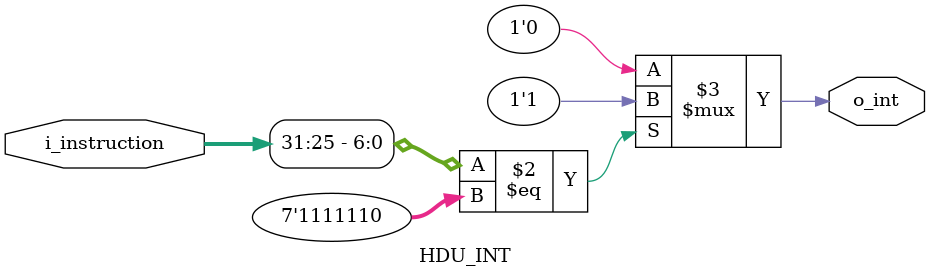
<source format=v>
module HDU_INT (
    i_instruction,
    o_int,
);

input [31:0] i_instruction;
output reg o_int ;

always @(*) begin
    
    // output signal
    o_int = 1'b0;

    // if INT 
    if (i_instruction[31:25] == 7'b1111110) o_int <= 1'b1;
    
end

endmodule //HDU_INT

</source>
